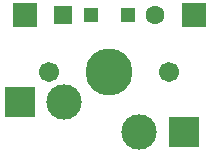
<source format=gbr>
%TF.GenerationSoftware,KiCad,Pcbnew,(5.1.9)-1*%
%TF.CreationDate,2021-03-16T12:24:23-04:00*%
%TF.ProjectId,baby,62616279-2e6b-4696-9361-645f70636258,rev?*%
%TF.SameCoordinates,Original*%
%TF.FileFunction,Soldermask,Top*%
%TF.FilePolarity,Negative*%
%FSLAX46Y46*%
G04 Gerber Fmt 4.6, Leading zero omitted, Abs format (unit mm)*
G04 Created by KiCad (PCBNEW (5.1.9)-1) date 2021-03-16 12:24:23*
%MOMM*%
%LPD*%
G01*
G04 APERTURE LIST*
%ADD10R,2.550000X2.500000*%
%ADD11C,1.701800*%
%ADD12C,3.987800*%
%ADD13C,3.000000*%
%ADD14R,2.000000X2.000000*%
%ADD15C,1.600000*%
%ADD16R,1.600000X1.600000*%
%ADD17R,1.200000X1.200000*%
G04 APERTURE END LIST*
D10*
%TO.C,K1*%
X49590000Y-52546200D03*
D11*
X52070000Y-50006200D03*
X62230000Y-50006200D03*
D12*
X57150000Y-50006200D03*
D13*
X53340000Y-52546200D03*
X59690000Y-55086200D03*
D10*
X63440000Y-55086200D03*
%TD*%
D14*
%TO.C,J1*%
X64293800Y-45243800D03*
%TD*%
%TO.C,J0*%
X50006200Y-45243800D03*
%TD*%
D15*
%TO.C,D1*%
X61050000Y-45243800D03*
D16*
X53250000Y-45243800D03*
D17*
X55575000Y-45243800D03*
X58725000Y-45243800D03*
%TD*%
M02*

</source>
